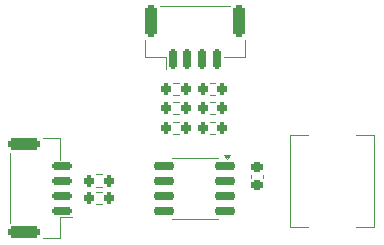
<source format=gbr>
%TF.GenerationSoftware,KiCad,Pcbnew,8.0.6*%
%TF.CreationDate,2024-12-04T23:44:22+08:00*%
%TF.ProjectId,f1oc,66316f63-2e6b-4696-9361-645f70636258,v0.1*%
%TF.SameCoordinates,Original*%
%TF.FileFunction,Legend,Bot*%
%TF.FilePolarity,Positive*%
%FSLAX46Y46*%
G04 Gerber Fmt 4.6, Leading zero omitted, Abs format (unit mm)*
G04 Created by KiCad (PCBNEW 8.0.6) date 2024-12-04 23:44:22*
%MOMM*%
%LPD*%
G01*
G04 APERTURE LIST*
G04 Aperture macros list*
%AMRoundRect*
0 Rectangle with rounded corners*
0 $1 Rounding radius*
0 $2 $3 $4 $5 $6 $7 $8 $9 X,Y pos of 4 corners*
0 Add a 4 corners polygon primitive as box body*
4,1,4,$2,$3,$4,$5,$6,$7,$8,$9,$2,$3,0*
0 Add four circle primitives for the rounded corners*
1,1,$1+$1,$2,$3*
1,1,$1+$1,$4,$5*
1,1,$1+$1,$6,$7*
1,1,$1+$1,$8,$9*
0 Add four rect primitives between the rounded corners*
20,1,$1+$1,$2,$3,$4,$5,0*
20,1,$1+$1,$4,$5,$6,$7,0*
20,1,$1+$1,$6,$7,$8,$9,0*
20,1,$1+$1,$8,$9,$2,$3,0*%
G04 Aperture macros list end*
%ADD10C,0.120000*%
%ADD11RoundRect,0.200000X-0.200000X-0.275000X0.200000X-0.275000X0.200000X0.275000X-0.200000X0.275000X0*%
%ADD12RoundRect,0.150000X-0.150000X-0.700000X0.150000X-0.700000X0.150000X0.700000X-0.150000X0.700000X0*%
%ADD13RoundRect,0.250000X-0.250000X-1.100000X0.250000X-1.100000X0.250000X1.100000X-0.250000X1.100000X0*%
%ADD14RoundRect,0.225000X-0.250000X0.225000X-0.250000X-0.225000X0.250000X-0.225000X0.250000X0.225000X0*%
%ADD15RoundRect,0.150000X0.700000X-0.150000X0.700000X0.150000X-0.700000X0.150000X-0.700000X-0.150000X0*%
%ADD16RoundRect,0.250000X1.100000X-0.250000X1.100000X0.250000X-1.100000X0.250000X-1.100000X-0.250000X0*%
%ADD17RoundRect,0.150000X0.725000X0.150000X-0.725000X0.150000X-0.725000X-0.150000X0.725000X-0.150000X0*%
%ADD18RoundRect,0.200000X0.200000X0.275000X-0.200000X0.275000X-0.200000X-0.275000X0.200000X-0.275000X0*%
%ADD19R,3.500000X2.350000*%
G04 APERTURE END LIST*
D10*
%TO.C,R15*%
X122749058Y-70339925D02*
X122274542Y-70339925D01*
X122749058Y-71384925D02*
X122274542Y-71384925D01*
%TO.C,J3*%
X116765000Y-64860000D02*
X116765000Y-63410000D01*
X118565000Y-64860000D02*
X116765000Y-64860000D01*
X118565000Y-65850000D02*
X118565000Y-64860000D01*
X123435000Y-64860000D02*
X125235000Y-64860000D01*
X123965000Y-60590000D02*
X118035000Y-60590000D01*
X125235000Y-64860000D02*
X125235000Y-63410000D01*
%TO.C,R9*%
X122749058Y-67044700D02*
X122274542Y-67044700D01*
X122749058Y-68089700D02*
X122274542Y-68089700D01*
%TO.C,C7*%
X125740000Y-75115580D02*
X125740000Y-74834420D01*
X126760000Y-75115580D02*
X126760000Y-74834420D01*
%TO.C,R14*%
X119638058Y-68692312D02*
X119163542Y-68692312D01*
X119638058Y-69737312D02*
X119163542Y-69737312D01*
%TO.C,R16*%
X119638058Y-70339925D02*
X119163542Y-70339925D01*
X119638058Y-71384925D02*
X119163542Y-71384925D01*
%TO.C,J1*%
X105340000Y-73035000D02*
X105340000Y-78965000D01*
X109610000Y-71765000D02*
X108160000Y-71765000D01*
X109610000Y-73565000D02*
X109610000Y-71765000D01*
X109610000Y-78435000D02*
X109610000Y-80235000D01*
X109610000Y-80235000D02*
X108160000Y-80235000D01*
X110600000Y-78435000D02*
X109610000Y-78435000D01*
%TO.C,R13*%
X122749058Y-68692312D02*
X122274542Y-68692312D01*
X122749058Y-69737312D02*
X122274542Y-69737312D01*
%TO.C,U4*%
X119050000Y-73440000D02*
X121000000Y-73440000D01*
X119050000Y-78560000D02*
X121000000Y-78560000D01*
X122950000Y-73440000D02*
X121000000Y-73440000D01*
X122950000Y-78560000D02*
X121000000Y-78560000D01*
X123700000Y-73535000D02*
X123460000Y-73205000D01*
X123940000Y-73205000D01*
X123700000Y-73535000D01*
G36*
X123700000Y-73535000D02*
G01*
X123460000Y-73205000D01*
X123940000Y-73205000D01*
X123700000Y-73535000D01*
G37*
%TO.C,R3*%
X112661142Y-76290300D02*
X113135658Y-76290300D01*
X112661142Y-77335300D02*
X113135658Y-77335300D01*
%TO.C,R11*%
X112661142Y-74817100D02*
X113135658Y-74817100D01*
X112661142Y-75862100D02*
X113135658Y-75862100D01*
%TO.C,R12*%
X119638058Y-67044700D02*
X119163542Y-67044700D01*
X119638058Y-68089700D02*
X119163542Y-68089700D01*
%TO.C,L1*%
X129040000Y-79285000D02*
X129040000Y-71465000D01*
X130590000Y-71465000D02*
X129040000Y-71465000D01*
X130590000Y-79285000D02*
X129040000Y-79285000D01*
X134610000Y-71465000D02*
X136160000Y-71465000D01*
X134610000Y-79285000D02*
X136160000Y-79285000D01*
X136160000Y-79285000D02*
X136160000Y-71465000D01*
%TD*%
%LPC*%
D11*
%TO.C,R15*%
X121686800Y-70862425D03*
X123336800Y-70862425D03*
%TD*%
D12*
%TO.C,J3*%
X119125000Y-65000000D03*
X120375000Y-65000000D03*
X121625000Y-65000000D03*
X122875000Y-65000000D03*
D13*
X117275000Y-61800000D03*
X124725000Y-61800000D03*
%TD*%
D11*
%TO.C,R9*%
X121686800Y-67567200D03*
X123336800Y-67567200D03*
%TD*%
D14*
%TO.C,C7*%
X126250000Y-74200000D03*
X126250000Y-75750000D03*
%TD*%
D11*
%TO.C,R14*%
X118575800Y-69214812D03*
X120225800Y-69214812D03*
%TD*%
%TO.C,R16*%
X118575800Y-70862425D03*
X120225800Y-70862425D03*
%TD*%
D15*
%TO.C,J1*%
X109750000Y-77875000D03*
X109750000Y-76625000D03*
X109750000Y-75375000D03*
X109750000Y-74125000D03*
D16*
X106550000Y-79725000D03*
X106550000Y-72275000D03*
%TD*%
D11*
%TO.C,R13*%
X121686800Y-69214812D03*
X123336800Y-69214812D03*
%TD*%
D17*
%TO.C,U4*%
X123575000Y-74095000D03*
X123575000Y-75365000D03*
X123575000Y-76635000D03*
X123575000Y-77905000D03*
X118425000Y-77905000D03*
X118425000Y-76635000D03*
X118425000Y-75365000D03*
X118425000Y-74095000D03*
%TD*%
D18*
%TO.C,R3*%
X113723400Y-76812800D03*
X112073400Y-76812800D03*
%TD*%
%TO.C,R11*%
X113723400Y-75339600D03*
X112073400Y-75339600D03*
%TD*%
D11*
%TO.C,R12*%
X118575800Y-67567200D03*
X120225800Y-67567200D03*
%TD*%
D19*
%TO.C,L1*%
X132600000Y-72350000D03*
X132600000Y-78400000D03*
%TD*%
%LPD*%
M02*

</source>
